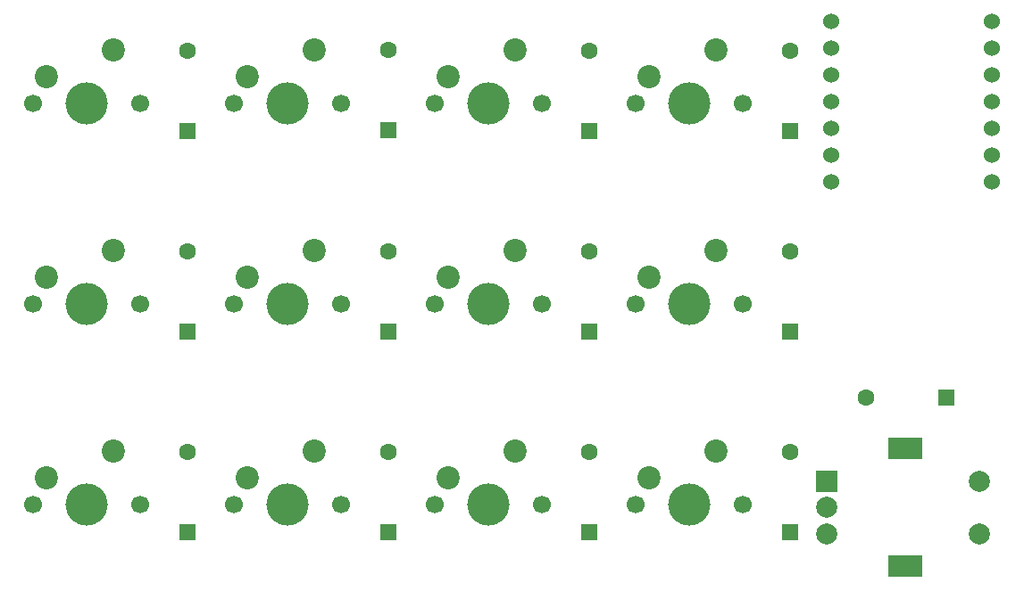
<source format=gbr>
%TF.GenerationSoftware,KiCad,Pcbnew,9.0.2*%
%TF.CreationDate,2025-05-30T01:47:42-07:00*%
%TF.ProjectId,pixelpad,70697865-6c70-4616-942e-6b696361645f,rev?*%
%TF.SameCoordinates,Original*%
%TF.FileFunction,Soldermask,Bot*%
%TF.FilePolarity,Negative*%
%FSLAX46Y46*%
G04 Gerber Fmt 4.6, Leading zero omitted, Abs format (unit mm)*
G04 Created by KiCad (PCBNEW 9.0.2) date 2025-05-30 01:47:42*
%MOMM*%
%LPD*%
G01*
G04 APERTURE LIST*
G04 Aperture macros list*
%AMRoundRect*
0 Rectangle with rounded corners*
0 $1 Rounding radius*
0 $2 $3 $4 $5 $6 $7 $8 $9 X,Y pos of 4 corners*
0 Add a 4 corners polygon primitive as box body*
4,1,4,$2,$3,$4,$5,$6,$7,$8,$9,$2,$3,0*
0 Add four circle primitives for the rounded corners*
1,1,$1+$1,$2,$3*
1,1,$1+$1,$4,$5*
1,1,$1+$1,$6,$7*
1,1,$1+$1,$8,$9*
0 Add four rect primitives between the rounded corners*
20,1,$1+$1,$2,$3,$4,$5,0*
20,1,$1+$1,$4,$5,$6,$7,0*
20,1,$1+$1,$6,$7,$8,$9,0*
20,1,$1+$1,$8,$9,$2,$3,0*%
G04 Aperture macros list end*
%ADD10C,1.700000*%
%ADD11C,4.000000*%
%ADD12C,2.200000*%
%ADD13R,2.000000X2.000000*%
%ADD14C,2.000000*%
%ADD15R,3.200000X2.000000*%
%ADD16C,1.524000*%
%ADD17RoundRect,0.250000X0.550000X-0.550000X0.550000X0.550000X-0.550000X0.550000X-0.550000X-0.550000X0*%
%ADD18C,1.600000*%
%ADD19RoundRect,0.250000X0.550000X0.550000X-0.550000X0.550000X-0.550000X-0.550000X0.550000X-0.550000X0*%
G04 APERTURE END LIST*
D10*
%TO.C,SW3*%
X128270000Y-33337500D03*
D11*
X133350000Y-33337500D03*
D10*
X138430000Y-33337500D03*
D12*
X135890000Y-28257500D03*
X129540000Y-30797500D03*
%TD*%
D13*
%TO.C,SW13*%
X165390480Y-69235096D03*
D14*
X165390480Y-74235096D03*
X165390480Y-71735096D03*
D15*
X172890480Y-66135096D03*
X172890480Y-77335096D03*
D14*
X179890480Y-74235096D03*
X179890480Y-69235096D03*
%TD*%
D10*
%TO.C,SW2*%
X109220000Y-33337500D03*
D11*
X114300000Y-33337500D03*
D10*
X119380000Y-33337500D03*
D12*
X116840000Y-28257500D03*
X110490000Y-30797500D03*
%TD*%
D10*
%TO.C,SW9*%
X90170000Y-71437500D03*
D11*
X95250000Y-71437500D03*
D10*
X100330000Y-71437500D03*
D12*
X97790000Y-66357500D03*
X91440000Y-68897500D03*
%TD*%
D10*
%TO.C,SW10*%
X109220000Y-71437500D03*
D11*
X114300000Y-71437500D03*
D10*
X119380000Y-71437500D03*
D12*
X116840000Y-66357500D03*
X110490000Y-68897500D03*
%TD*%
D10*
%TO.C,SW4*%
X147320000Y-33337500D03*
D11*
X152400000Y-33337500D03*
D10*
X157480000Y-33337500D03*
D12*
X154940000Y-28257500D03*
X148590000Y-30797500D03*
%TD*%
D10*
%TO.C,SW12*%
X147320000Y-71437500D03*
D11*
X152400000Y-71437500D03*
D10*
X157480000Y-71437500D03*
D12*
X154940000Y-66357500D03*
X148590000Y-68897500D03*
%TD*%
D10*
%TO.C,SW8*%
X147320000Y-52387500D03*
D11*
X152400000Y-52387500D03*
D10*
X157480000Y-52387500D03*
D12*
X154940000Y-47307500D03*
X148590000Y-49847500D03*
%TD*%
D16*
%TO.C,U1*%
X165794392Y-25598416D03*
X165794392Y-28138416D03*
X165794392Y-30678416D03*
X165794392Y-33218416D03*
X165794392Y-35758416D03*
X165794392Y-38298416D03*
X165794392Y-40838416D03*
X181034392Y-40838416D03*
X181034392Y-38298416D03*
X181034392Y-35758416D03*
X181034392Y-33218416D03*
X181034392Y-30678416D03*
X181034392Y-28138416D03*
X181034392Y-25598416D03*
%TD*%
D10*
%TO.C,SW11*%
X128270000Y-71437500D03*
D11*
X133350000Y-71437500D03*
D10*
X138430000Y-71437500D03*
D12*
X135890000Y-66357500D03*
X129540000Y-68897500D03*
%TD*%
D10*
%TO.C,SW7*%
X128270000Y-52387500D03*
D11*
X133350000Y-52387500D03*
D10*
X138430000Y-52387500D03*
D12*
X135890000Y-47307500D03*
X129540000Y-49847500D03*
%TD*%
D10*
%TO.C,SW1*%
X90170000Y-33337500D03*
D11*
X95250000Y-33337500D03*
D10*
X100330000Y-33337500D03*
D12*
X97790000Y-28257500D03*
X91440000Y-30797500D03*
%TD*%
D10*
%TO.C,SW6*%
X109220000Y-52387500D03*
D11*
X114300000Y-52387500D03*
D10*
X119380000Y-52387500D03*
D12*
X116840000Y-47307500D03*
X110490000Y-49847500D03*
%TD*%
D10*
%TO.C,SW5*%
X90170000Y-52387500D03*
D11*
X95250000Y-52387500D03*
D10*
X100330000Y-52387500D03*
D12*
X97790000Y-47307500D03*
X91440000Y-49847500D03*
%TD*%
D17*
%TO.C,D1*%
X104774912Y-35956848D03*
D18*
X104774912Y-28336848D03*
%TD*%
D19*
%TO.C,D13*%
X176748136Y-61317136D03*
D18*
X169128136Y-61317136D03*
%TD*%
D17*
%TO.C,D10*%
X123824896Y-74056816D03*
D18*
X123824896Y-66436816D03*
%TD*%
D17*
%TO.C,D4*%
X161924864Y-35956848D03*
D18*
X161924864Y-28336848D03*
%TD*%
D17*
%TO.C,D5*%
X104774912Y-55006832D03*
D18*
X104774912Y-47386832D03*
%TD*%
D17*
%TO.C,D11*%
X142874880Y-74056816D03*
D18*
X142874880Y-66436816D03*
%TD*%
D17*
%TO.C,D12*%
X161924864Y-74056816D03*
D18*
X161924864Y-66436816D03*
%TD*%
D17*
%TO.C,D8*%
X161924864Y-55066360D03*
D18*
X161924864Y-47446360D03*
%TD*%
D17*
%TO.C,D9*%
X104774912Y-74056816D03*
D18*
X104774912Y-66436816D03*
%TD*%
D17*
%TO.C,D3*%
X142874880Y-35956848D03*
D18*
X142874880Y-28336848D03*
%TD*%
D17*
%TO.C,D2*%
X123824896Y-35897344D03*
D18*
X123824896Y-28277344D03*
%TD*%
D17*
%TO.C,D7*%
X142874880Y-55006832D03*
D18*
X142874880Y-47386832D03*
%TD*%
D17*
%TO.C,D6*%
X123824896Y-55006832D03*
D18*
X123824896Y-47386832D03*
%TD*%
M02*

</source>
